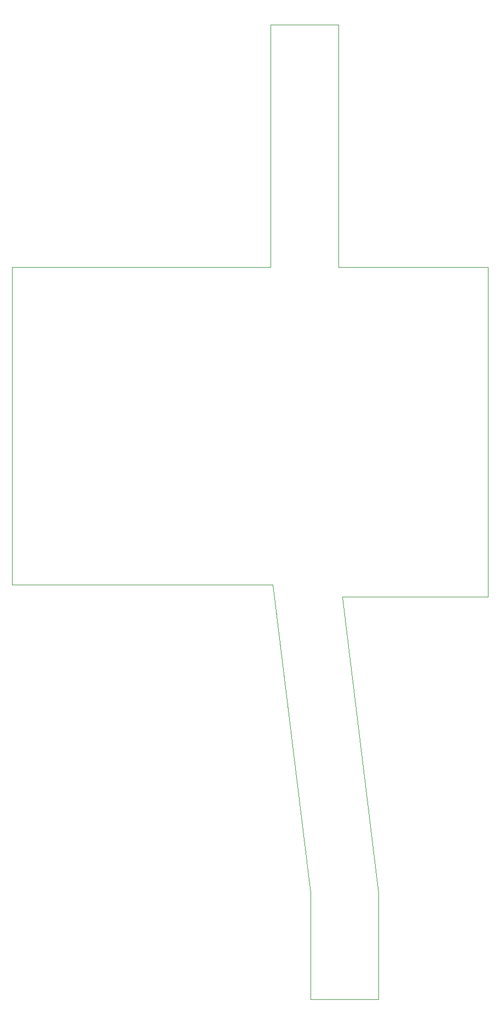
<source format=gko>
G04*
G04 #@! TF.GenerationSoftware,Altium Limited,Altium Designer,19.0.12 (326)*
G04*
G04 Layer_Color=16711935*
%FSLAX44Y44*%
%MOMM*%
G71*
G01*
G75*
%ADD18C,0.0127*%
%ADD19C,0.0130*%
D18*
X504804Y489996D02*
X735904Y489996D01*
X510723Y-19142D02*
X566304Y-476337D01*
X4Y489996D02*
X399804Y489996D01*
X0Y0D02*
X403392D01*
X461304Y-640804D02*
X566304D01*
X403397Y0D02*
X461304Y-476337D01*
X399804Y864296D02*
X504804D01*
X735904Y-19138D02*
Y489996D01*
X4Y0D02*
Y489996D01*
X566304Y-640804D02*
Y-476337D01*
X504804Y864296D02*
X504804Y489996D01*
X461304Y-640804D02*
Y-476337D01*
X399804Y864296D02*
X399804Y489996D01*
X510723Y-19142D02*
X566304Y-476337D01*
X0Y0D02*
X403392D01*
X403397Y0D02*
X461304Y-476337D01*
X735904Y-19138D02*
Y489996D01*
X4Y0D02*
Y489996D01*
X461304Y-640804D02*
X566304D01*
Y-476337D01*
X461304Y-640804D02*
Y-476337D01*
X399804Y864296D02*
X399804Y489996D01*
X504804Y864296D02*
X504804Y489996D01*
X4Y489996D02*
X399804Y489996D01*
X504804Y489996D02*
X735904Y489996D01*
X399804Y864296D02*
X504804D01*
D19*
X510723Y-19138D02*
X735904Y-19138D01*
X510723Y-19138D02*
X735904Y-19138D01*
M02*

</source>
